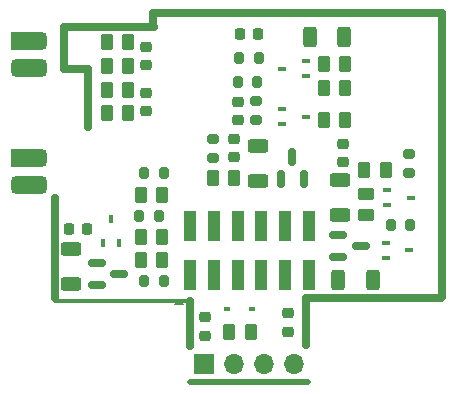
<source format=gbr>
%TF.GenerationSoftware,KiCad,Pcbnew,(6.0.5)*%
%TF.CreationDate,2022-08-22T16:05:22+08:00*%
%TF.ProjectId,SX7H02060050-1,53583748-3032-4303-9630-3035302d312e,rev?*%
%TF.SameCoordinates,PX8af34a0PY598cce0*%
%TF.FileFunction,Soldermask,Bot*%
%TF.FilePolarity,Negative*%
%FSLAX46Y46*%
G04 Gerber Fmt 4.6, Leading zero omitted, Abs format (unit mm)*
G04 Created by KiCad (PCBNEW (6.0.5)) date 2022-08-22 16:05:22*
%MOMM*%
%LPD*%
G01*
G04 APERTURE LIST*
G04 Aperture macros list*
%AMRoundRect*
0 Rectangle with rounded corners*
0 $1 Rounding radius*
0 $2 $3 $4 $5 $6 $7 $8 $9 X,Y pos of 4 corners*
0 Add a 4 corners polygon primitive as box body*
4,1,4,$2,$3,$4,$5,$6,$7,$8,$9,$2,$3,0*
0 Add four circle primitives for the rounded corners*
1,1,$1+$1,$2,$3*
1,1,$1+$1,$4,$5*
1,1,$1+$1,$6,$7*
1,1,$1+$1,$8,$9*
0 Add four rect primitives between the rounded corners*
20,1,$1+$1,$2,$3,$4,$5,0*
20,1,$1+$1,$4,$5,$6,$7,0*
20,1,$1+$1,$6,$7,$8,$9,0*
20,1,$1+$1,$8,$9,$2,$3,0*%
G04 Aperture macros list end*
%ADD10C,0.700000*%
%ADD11C,0.150000*%
%ADD12C,0.500000*%
%ADD13C,0.300000*%
%ADD14R,2.000000X1.500000*%
%ADD15RoundRect,0.375000X-0.625000X-0.375000X0.625000X-0.375000X0.625000X0.375000X-0.625000X0.375000X0*%
%ADD16R,1.700000X1.700000*%
%ADD17O,1.700000X1.700000*%
%ADD18R,0.700000X0.450000*%
%ADD19RoundRect,0.225000X0.225000X0.250000X-0.225000X0.250000X-0.225000X-0.250000X0.225000X-0.250000X0*%
%ADD20RoundRect,0.250000X-0.262500X-0.450000X0.262500X-0.450000X0.262500X0.450000X-0.262500X0.450000X0*%
%ADD21RoundRect,0.250000X0.312500X0.625000X-0.312500X0.625000X-0.312500X-0.625000X0.312500X-0.625000X0*%
%ADD22RoundRect,0.250000X0.262500X0.450000X-0.262500X0.450000X-0.262500X-0.450000X0.262500X-0.450000X0*%
%ADD23RoundRect,0.150000X0.150000X-0.587500X0.150000X0.587500X-0.150000X0.587500X-0.150000X-0.587500X0*%
%ADD24RoundRect,0.250000X0.625000X-0.312500X0.625000X0.312500X-0.625000X0.312500X-0.625000X-0.312500X0*%
%ADD25RoundRect,0.225000X0.250000X-0.225000X0.250000X0.225000X-0.250000X0.225000X-0.250000X-0.225000X0*%
%ADD26R,0.600000X0.450000*%
%ADD27RoundRect,0.200000X0.275000X-0.200000X0.275000X0.200000X-0.275000X0.200000X-0.275000X-0.200000X0*%
%ADD28RoundRect,0.250000X-0.450000X0.262500X-0.450000X-0.262500X0.450000X-0.262500X0.450000X0.262500X0*%
%ADD29R,1.000000X2.580000*%
%ADD30RoundRect,0.200000X0.200000X0.275000X-0.200000X0.275000X-0.200000X-0.275000X0.200000X-0.275000X0*%
%ADD31R,0.450000X0.700000*%
%ADD32RoundRect,0.150000X-0.587500X-0.150000X0.587500X-0.150000X0.587500X0.150000X-0.587500X0.150000X0*%
%ADD33RoundRect,0.225000X-0.250000X0.225000X-0.250000X-0.225000X0.250000X-0.225000X0.250000X0.225000X0*%
%ADD34RoundRect,0.225000X-0.225000X-0.250000X0.225000X-0.250000X0.225000X0.250000X-0.225000X0.250000X0*%
G04 APERTURE END LIST*
D10*
X135636000Y-66929000D02*
X137668000Y-66929000D01*
X143129000Y-62230000D02*
X144399000Y-62230000D01*
X167640000Y-62357000D02*
X167640000Y-86233000D01*
X134874000Y-77851000D02*
X134874000Y-86360000D01*
X135636000Y-66929000D02*
X135636000Y-63373000D01*
D11*
X145034000Y-86868000D02*
X145669000Y-86868000D01*
D10*
X144399000Y-62230000D02*
X167640000Y-62230000D01*
X137668000Y-71882000D02*
X137668000Y-66929000D01*
D12*
X146240500Y-93421200D02*
X156260800Y-93421200D01*
D10*
X143129000Y-63373000D02*
X143129000Y-62230000D01*
X146304000Y-86614000D02*
X146304000Y-90424000D01*
X156083000Y-90297000D02*
X156083000Y-86360000D01*
X135636000Y-63373000D02*
X143256000Y-63373000D01*
X156083000Y-86360000D02*
X167513000Y-86360000D01*
D13*
X134874000Y-86614000D02*
X146304000Y-86614000D01*
D14*
%TO.C,SW202*%
X132100000Y-64550000D03*
D15*
X133150000Y-64550000D03*
X133150000Y-66850000D03*
X132100000Y-66850000D03*
%TD*%
%TO.C,SW201*%
X133175000Y-74475000D03*
D14*
X132125000Y-74475000D03*
D15*
X133175000Y-76775000D03*
X132125000Y-76775000D03*
%TD*%
D16*
%TO.C,J201*%
X147457000Y-91922600D03*
D17*
X149997000Y-91922600D03*
X152537000Y-91922600D03*
X155077000Y-91922600D03*
%TD*%
D18*
%TO.C,Q204*%
X156067000Y-66279000D03*
X156067000Y-67579000D03*
X154067000Y-66929000D03*
%TD*%
D19*
%TO.C,C209*%
X152032000Y-64008000D03*
X150482000Y-64008000D03*
%TD*%
D20*
%TO.C,R202*%
X139212500Y-64700000D03*
X141037500Y-64700000D03*
%TD*%
D21*
%TO.C,R211*%
X161736500Y-84836000D03*
X158811500Y-84836000D03*
%TD*%
D22*
%TO.C,R221*%
X159408500Y-71247000D03*
X157583500Y-71247000D03*
%TD*%
D20*
%TO.C,R203*%
X139212500Y-68700000D03*
X141037500Y-68700000D03*
%TD*%
D22*
%TO.C,R206*%
X159408500Y-68580000D03*
X157583500Y-68580000D03*
%TD*%
D23*
%TO.C,D217*%
X155890000Y-76248500D03*
X153990000Y-76248500D03*
X154940000Y-74373500D03*
%TD*%
D24*
%TO.C,R222*%
X159004000Y-79313500D03*
X159004000Y-76388500D03*
%TD*%
D25*
%TO.C,C204*%
X154584400Y-89192400D03*
X154584400Y-87642400D03*
%TD*%
D24*
%TO.C,R212*%
X136194800Y-85130100D03*
X136194800Y-82205100D03*
%TD*%
D26*
%TO.C,D215*%
X149419600Y-87249000D03*
X151519600Y-87249000D03*
%TD*%
D25*
%TO.C,C202*%
X142575000Y-70525000D03*
X142575000Y-68975000D03*
%TD*%
D22*
%TO.C,R210*%
X143914500Y-81153000D03*
X142089500Y-81153000D03*
%TD*%
D27*
%TO.C,R225*%
X164846000Y-75755000D03*
X164846000Y-74105000D03*
%TD*%
%TO.C,R216*%
X148209000Y-74485000D03*
X148209000Y-72835000D03*
%TD*%
D28*
%TO.C,R205*%
X161188400Y-77522700D03*
X161188400Y-79347700D03*
%TD*%
D29*
%TO.C,J202*%
X146300000Y-80215000D03*
X146300000Y-84385000D03*
X148300000Y-80215000D03*
X148300000Y-84385000D03*
X150300000Y-80215000D03*
X150300000Y-84385000D03*
X152300000Y-80215000D03*
X152300000Y-84385000D03*
X154300000Y-80215000D03*
X154300000Y-84385000D03*
X156300000Y-80215000D03*
X156300000Y-84385000D03*
%TD*%
D30*
%TO.C,R214*%
X144030200Y-75768200D03*
X142380200Y-75768200D03*
%TD*%
D18*
%TO.C,Q205*%
X154067000Y-71643000D03*
X154067000Y-70343000D03*
X156067000Y-70993000D03*
%TD*%
D22*
%TO.C,R209*%
X143914500Y-77597000D03*
X142089500Y-77597000D03*
%TD*%
D25*
%TO.C,C208*%
X159258000Y-74816000D03*
X159258000Y-73266000D03*
%TD*%
D18*
%TO.C,Q201*%
X162830000Y-82946000D03*
X162830000Y-81646000D03*
X164830000Y-82296000D03*
%TD*%
%TO.C,Q203*%
X162957000Y-78501000D03*
X162957000Y-77201000D03*
X164957000Y-77851000D03*
%TD*%
D31*
%TO.C,Q202*%
X140223000Y-81645000D03*
X138923000Y-81645000D03*
X139573000Y-79645000D03*
%TD*%
D32*
%TO.C,D216*%
X158828500Y-82865000D03*
X158828500Y-80965000D03*
X160703500Y-81915000D03*
%TD*%
D30*
%TO.C,R215*%
X151955000Y-68072000D03*
X150305000Y-68072000D03*
%TD*%
D25*
%TO.C,C210*%
X150368000Y-71260000D03*
X150368000Y-69710000D03*
%TD*%
D22*
%TO.C,R207*%
X150010500Y-76200000D03*
X148185500Y-76200000D03*
%TD*%
D30*
%TO.C,R217*%
X164909000Y-80137000D03*
X163259000Y-80137000D03*
%TD*%
D24*
%TO.C,R224*%
X152019000Y-76392500D03*
X152019000Y-73467500D03*
%TD*%
D30*
%TO.C,R213*%
X144030200Y-84912200D03*
X142380200Y-84912200D03*
%TD*%
D32*
%TO.C,D218*%
X138406900Y-85278000D03*
X138406900Y-83378000D03*
X140281900Y-84328000D03*
%TD*%
D22*
%TO.C,R204*%
X141037500Y-66700000D03*
X139212500Y-66700000D03*
%TD*%
D30*
%TO.C,R226*%
X152082000Y-66040000D03*
X150432000Y-66040000D03*
%TD*%
%TO.C,R218*%
X143623800Y-79375000D03*
X141973800Y-79375000D03*
%TD*%
D21*
%TO.C,R223*%
X159323500Y-64262000D03*
X156398500Y-64262000D03*
%TD*%
D27*
%TO.C,R227*%
X151892000Y-71310000D03*
X151892000Y-69660000D03*
%TD*%
D33*
%TO.C,C201*%
X149987000Y-72885000D03*
X149987000Y-74435000D03*
%TD*%
D20*
%TO.C,R219*%
X161012500Y-75488800D03*
X162837500Y-75488800D03*
%TD*%
D22*
%TO.C,R208*%
X143914500Y-83134200D03*
X142089500Y-83134200D03*
%TD*%
%TO.C,R228*%
X151407500Y-89230200D03*
X149582500Y-89230200D03*
%TD*%
D34*
%TO.C,C207*%
X136004000Y-80518000D03*
X137554000Y-80518000D03*
%TD*%
D22*
%TO.C,R220*%
X159408500Y-66548000D03*
X157583500Y-66548000D03*
%TD*%
D25*
%TO.C,C203*%
X142550000Y-66625000D03*
X142550000Y-65075000D03*
%TD*%
D20*
%TO.C,R201*%
X139212500Y-70700000D03*
X141037500Y-70700000D03*
%TD*%
D25*
%TO.C,C205*%
X147574000Y-89522600D03*
X147574000Y-87972600D03*
%TD*%
M02*

</source>
